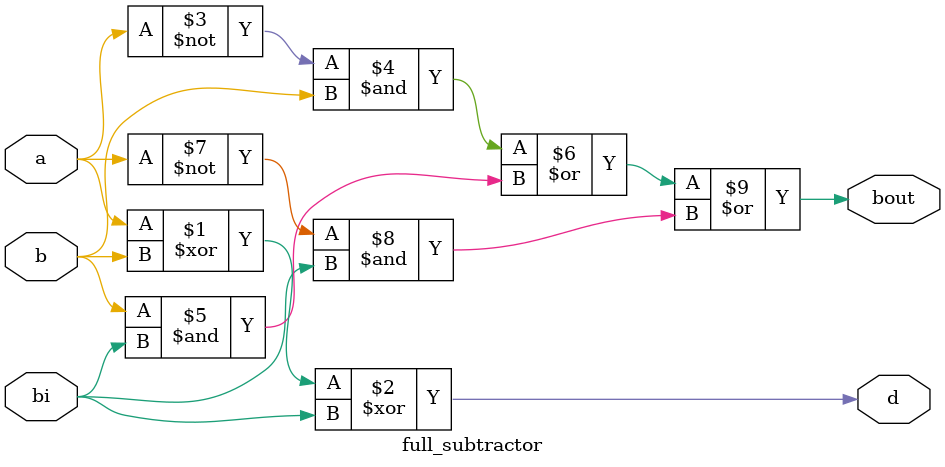
<source format=v>
`timescale 1ns / 1ps


module full_subtractor(
    input a,b,bi,
    output d,bout
    );
    assign d=a^b^bi;
    assign bout=(~a&b)|(b&bi)|(~a&bi);
endmodule

</source>
